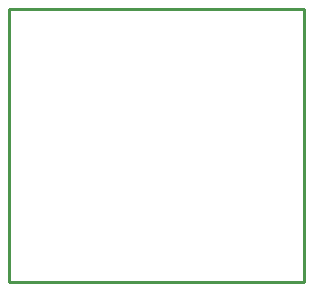
<source format=gko>
G04 Layer_Color=16711935*
%FSLAX44Y44*%
%MOMM*%
G71*
G01*
G75*
%ADD13C,0.2540*%
D13*
X962660Y1120140D02*
X1212850D01*
Y889000D02*
Y1120140D01*
X962660Y889000D02*
X1212850D01*
X962660D02*
Y1120140D01*
M02*

</source>
